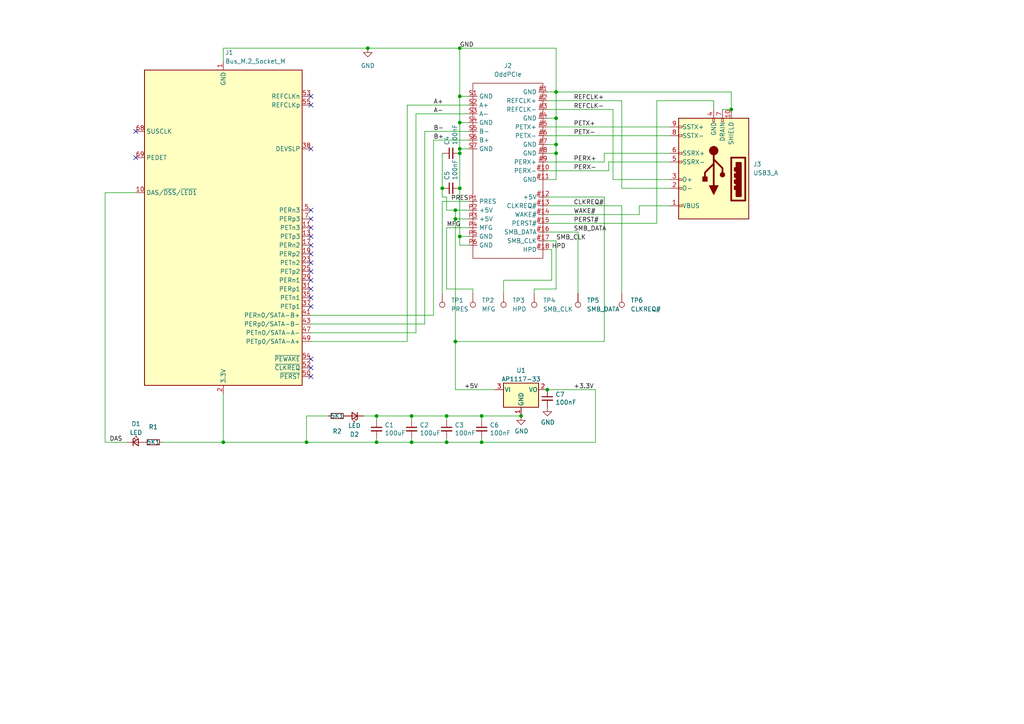
<source format=kicad_sch>
(kicad_sch (version 20211123) (generator eeschema)
  (paper "A4")
  (lib_symbols
    (symbol "Connector:Bus_M.2_Socket_M"
      (property "Reference" "J" (at -22.86 46.99 0))
      (property "Value" "Bus_M.2_Socket_M" (at 16.51 46.99 0))
      (symbol "Bus_M.2_Socket_M_0_1"
        (rectangle (start -22.86 45.72) (end 22.86 -45.72) (stroke (width 0.254)) (fill (type background)))
      )
      (symbol "Bus_M.2_Socket_M_1_1"
        (pin power_in line (at 0 -48.26 90) (length 2.54) (name "GND") (number "1"))
        (pin bidirectional line (at 25.4 -10.16 180) (length 2.54) (name "DAS/~{DSS}/~{LED1}") (number "10"))
        (pin output line (at -25.4 0 0) (length 2.54) (name "PETn3") (number "11"))
        (pin passive line (at 0 48.26 270) (length 2.54) hide (name "3.3V") (number "12"))
        (pin output line (at -25.4 2.54 0) (length 2.54) (name "PETp3") (number "13"))
        (pin passive line (at 0 48.26 270) (length 2.54) hide (name "3.3V") (number "14"))
        (pin passive line (at 0 -48.26 90) (length 2.54) hide (name "GND") (number "15"))
        (pin passive line (at 0 48.26 270) (length 2.54) hide (name "3.3V") (number "16"))
        (pin input line (at -25.4 5.08 0) (length 2.54) (name "PERn2") (number "17"))
        (pin passive line (at 0 48.26 270) (length 2.54) hide (name "3.3V") (number "18"))
        (pin input line (at -25.4 7.62 0) (length 2.54) (name "PERp2") (number "19"))
        (pin power_in line (at 0 48.26 270) (length 2.54) (name "3.3V") (number "2"))
        (pin no_connect line (at 22.86 2.54 180) (length 2.54) hide (name "NC") (number "20"))
        (pin passive line (at 0 -48.26 90) (length 2.54) hide (name "GND") (number "21"))
        (pin no_connect line (at 22.86 5.08 180) (length 2.54) hide (name "NC") (number "22"))
        (pin output line (at -25.4 10.16 0) (length 2.54) (name "PETn2") (number "23"))
        (pin no_connect line (at 22.86 7.62 180) (length 2.54) hide (name "NC") (number "24"))
        (pin output line (at -25.4 12.7 0) (length 2.54) (name "PETp2") (number "25"))
        (pin no_connect line (at 22.86 10.16 180) (length 2.54) hide (name "NC") (number "26"))
        (pin passive line (at 0 -48.26 90) (length 2.54) hide (name "GND") (number "27"))
        (pin no_connect line (at 22.86 12.7 180) (length 2.54) hide (name "NC") (number "28"))
        (pin input line (at -25.4 15.24 0) (length 2.54) (name "PERn1") (number "29"))
        (pin passive line (at 0 -48.26 90) (length 2.54) hide (name "GND") (number "3"))
        (pin no_connect line (at 22.86 15.24 180) (length 2.54) hide (name "NC") (number "30"))
        (pin input line (at -25.4 17.78 0) (length 2.54) (name "PERp1") (number "31"))
        (pin no_connect line (at 22.86 17.78 180) (length 2.54) hide (name "NC") (number "32"))
        (pin passive line (at 0 -48.26 90) (length 2.54) hide (name "GND") (number "33"))
        (pin no_connect line (at 22.86 20.32 180) (length 2.54) hide (name "NC") (number "34"))
        (pin output line (at -25.4 20.32 0) (length 2.54) (name "PETn1") (number "35"))
        (pin no_connect line (at 22.86 22.86 180) (length 2.54) hide (name "NC") (number "36"))
        (pin output line (at -25.4 22.86 0) (length 2.54) (name "PETp1") (number "37"))
        (pin output line (at -25.4 -22.86 0) (length 2.54) (name "DEVSLP") (number "38"))
        (pin passive line (at 0 -48.26 90) (length 2.54) hide (name "GND") (number "39"))
        (pin passive line (at 0 48.26 270) (length 2.54) hide (name "3.3V") (number "4"))
        (pin no_connect line (at 22.86 25.4 180) (length 2.54) hide (name "NC") (number "40"))
        (pin input line (at -25.4 25.4 0) (length 2.54) (name "PERn0/SATA-B+") (number "41"))
        (pin no_connect line (at 22.86 27.94 180) (length 2.54) hide (name "NC") (number "42"))
        (pin input line (at -25.4 27.94 0) (length 2.54) (name "PERp0/SATA-B-") (number "43"))
        (pin no_connect line (at 22.86 30.48 180) (length 2.54) hide (name "NC") (number "44"))
        (pin passive line (at 0 -48.26 90) (length 2.54) hide (name "GND") (number "45"))
        (pin no_connect line (at 22.86 33.02 180) (length 2.54) hide (name "NC") (number "46"))
        (pin output line (at -25.4 30.48 0) (length 2.54) (name "PETn0/SATA-A-") (number "47"))
        (pin no_connect line (at 22.86 35.56 180) (length 2.54) hide (name "NC") (number "48"))
        (pin output line (at -25.4 33.02 0) (length 2.54) (name "PETp0/SATA-A+") (number "49"))
        (pin input line (at -25.4 -5.08 0) (length 2.54) (name "PERn3") (number "5"))
        (pin output line (at -25.4 43.18 0) (length 2.54) (name "~{PERST}") (number "50"))
        (pin passive line (at 0 -48.26 90) (length 2.54) hide (name "GND") (number "51"))
        (pin bidirectional line (at -25.4 40.64 0) (length 2.54) (name "~{CLKREQ}") (number "52"))
        (pin output line (at -25.4 -38.1 0) (length 2.54) (name "REFCLKn") (number "53"))
        (pin bidirectional line (at -25.4 38.1 0) (length 2.54) (name "~{PEWAKE}") (number "54"))
        (pin output line (at -25.4 -35.56 0) (length 2.54) (name "REFCLKp") (number "55"))
        (pin no_connect line (at 22.86 38.1 180) (length 2.54) hide (name "NC") (number "56"))
        (pin passive line (at 0 -48.26 90) (length 2.54) hide (name "GND") (number "57"))
        (pin no_connect line (at 22.86 40.64 180) (length 2.54) hide (name "NC") (number "58"))
        (pin no_connect line (at 22.86 -2.54 180) (length 2.54) hide (name "NC") (number "6"))
        (pin no_connect line (at 22.86 -5.08 180) (length 2.54) hide (name "NC") (number "67"))
        (pin output line (at 25.4 -27.94 180) (length 2.54) (name "SUSCLK") (number "68"))
        (pin passive line (at 25.4 -20.32 180) (length 2.54) (name "PEDET") (number "69"))
        (pin input line (at -25.4 -2.54 0) (length 2.54) (name "PERp3") (number "7"))
        (pin passive line (at 0 48.26 270) (length 2.54) hide (name "3.3V") (number "70"))
        (pin passive line (at 0 -48.26 90) (length 2.54) hide (name "GND") (number "71"))
        (pin passive line (at 0 48.26 270) (length 2.54) hide (name "3.3V") (number "72"))
        (pin passive line (at 0 -48.26 90) (length 2.54) hide (name "GND") (number "73"))
        (pin passive line (at 0 48.26 270) (length 2.54) hide (name "3.3V") (number "74"))
        (pin passive line (at 0 -48.26 90) (length 2.54) hide (name "GND") (number "75"))
        (pin no_connect line (at 22.86 0 180) (length 2.54) hide (name "NC") (number "8"))
        (pin passive line (at 0 -48.26 90) (length 2.54) hide (name "GND") (number "9"))
      )
    )
    (symbol "Connector:TestPoint" (pin_numbers hide) (pin_names (offset 0.762) hide)
      (property "Reference" "TP" (at 0 6.858 0))
      (property "Value" "TestPoint" (at 0 5.08 0))
      (symbol "TestPoint_0_1"
        (circle (center 0 3.302) (radius 0.762))
      )
      (symbol "TestPoint_1_1"
        (pin passive line (at 0 0 90) (length 2.54) (name "1") (number "1"))
      )
    )
    (symbol "Connector:USB3_A" (pin_names (offset 1.016))
      (property "Reference" "J" (at -10.16 15.24 0))
      (property "Value" "USB3_A" (at 10.16 15.24 0))
      (symbol "USB3_A_0_0"
        (rectangle (start -9.144 8.636) (end -5.08 -3.81) (stroke (width 0.508)))
        (rectangle (start -7.874 7.366) (end -6.604 -2.286) (stroke (width 0.508)) (fill (type outline)))
        (rectangle (start -6.35 0) (end -6.096 -0.762) (stroke (width 0.508)))
        (rectangle (start -6.35 1.778) (end -6.096 1.016) (stroke (width 0.508)))
        (rectangle (start -6.35 3.556) (end -6.096 2.794) (stroke (width 0.508)))
        (rectangle (start -6.35 5.334) (end -6.096 4.572) (stroke (width 0.508)))
        (rectangle (start -2.794 -15.24) (end -2.286 -14.224))
        (rectangle (start -0.254 -15.24) (end 0.254 -14.224))
        (rectangle (start 10.16 -12.446) (end 9.144 -12.954))
        (rectangle (start 10.16 -9.906) (end 9.144 -10.414))
        (rectangle (start 10.16 -4.826) (end 9.144 -5.334))
        (rectangle (start 10.16 -2.286) (end 9.144 -2.794))
        (rectangle (start 10.16 2.794) (end 9.144 2.286))
        (rectangle (start 10.16 5.334) (end 9.144 4.826))
        (rectangle (start 10.16 10.414) (end 9.144 9.906))
      )
      (symbol "USB3_A_0_1"
        (rectangle (start -10.16 13.97) (end 10.16 -15.24) (stroke (width 0.254)) (fill (type background)))
      )
      (symbol "USB3_A_1_1"
        (circle (center -2.54 1.143) (radius 0.635) (stroke (width 0.254)) (fill (type outline)))
        (circle (center 0 -5.842) (radius 1.27) (fill (type outline)))
        (polyline (pts (xy 0 -5.842) (xy 0 4.318)) (stroke (width 0.508)))
        (polyline (pts (xy 0 -3.302) (xy -2.54 -0.762) (xy -2.54 0.508)) (stroke (width 0.508)))
        (polyline (pts (xy 0 -2.032) (xy 2.54 0.508) (xy 2.54 1.778)) (stroke (width 0.508)))
        (polyline (pts (xy -1.27 4.318) (xy 0 6.858) (xy 1.27 4.318) (xy -1.27 4.318)) (stroke (width 0.254)) (fill (type outline)))
        (rectangle (start 1.905 1.778) (end 3.175 3.048) (stroke (width 0.254)) (fill (type outline)))
        (pin power_in line (at 12.7 10.16 180) (length 2.54) (name "VBUS") (number "1"))
        (pin passive line (at -5.08 -17.78 90) (length 2.54) (name "SHIELD") (number "10"))
        (pin bidirectional line (at 12.7 5.08 180) (length 2.54) (name "D-") (number "2"))
        (pin bidirectional line (at 12.7 2.54 180) (length 2.54) (name "D+") (number "3"))
        (pin power_in line (at 0 -17.78 90) (length 2.54) (name "GND") (number "4"))
        (pin output line (at 12.7 -2.54 180) (length 2.54) (name "SSRX-") (number "5"))
        (pin output line (at 12.7 -5.08 180) (length 2.54) (name "SSRX+") (number "6"))
        (pin passive line (at -2.54 -17.78 90) (length 2.54) (name "DRAIN") (number "7"))
        (pin input line (at 12.7 -10.16 180) (length 2.54) (name "SSTX-") (number "8"))
        (pin input line (at 12.7 -12.7 180) (length 2.54) (name "SSTX+") (number "9"))
      )
    )
    (symbol "DellModuleBay:OddPCIe"
      (property "Reference" "J" (at 0 -27.94 0))
      (property "Value" "OddPCIe" (at -1.27 25.4 0))
      (symbol "OddPCIe_0_1"
        (rectangle (start -10.16 24.13) (end 10.16 -26.67))
      )
      (symbol "OddPCIe_1_1"
        (pin input line (at 11.43 21.59 180) (length 2.54) (name "GND") (number "#1"))
        (pin input line (at 11.43 -1.27 180) (length 2.54) (name "PERX-") (number "#10"))
        (pin input line (at 11.43 -3.81 180) (length 2.54) (name "GND") (number "#11"))
        (pin input line (at 11.43 -8.89 180) (length 2.54) (name "+5V") (number "#12"))
        (pin input line (at 11.43 -11.43 180) (length 2.54) (name "CLKREQ#") (number "#13"))
        (pin input line (at 11.43 -13.97 180) (length 2.54) (name "WAKE#") (number "#14"))
        (pin input line (at 11.43 -16.51 180) (length 2.54) (name "PERST#") (number "#15"))
        (pin input line (at 11.43 -19.05 180) (length 2.54) (name "SMB_DATA") (number "#16"))
        (pin input line (at 11.43 -21.59 180) (length 2.54) (name "SMB_CLK") (number "#17"))
        (pin input line (at 11.43 -24.13 180) (length 2.54) (name "HPD") (number "#18"))
        (pin input line (at 11.43 19.05 180) (length 2.54) (name "REFCLK+") (number "#2"))
        (pin input line (at 11.43 16.51 180) (length 2.54) (name "REFCLK-") (number "#3"))
        (pin input line (at 11.43 13.97 180) (length 2.54) (name "GND") (number "#4"))
        (pin input line (at 11.43 11.43 180) (length 2.54) (name "PETX+") (number "#5"))
        (pin input line (at 11.43 8.89 180) (length 2.54) (name "PETX-") (number "#6"))
        (pin input line (at 11.43 6.35 180) (length 2.54) (name "GND") (number "#7"))
        (pin input line (at 11.43 3.81 180) (length 2.54) (name "GND") (number "#8"))
        (pin input line (at 11.43 1.27 180) (length 2.54) (name "PERX+") (number "#9"))
        (pin input line (at -11.43 -10.16 0) (length 2.54) (name "PRES") (number "P1"))
        (pin input line (at -11.43 -12.7 0) (length 2.54) (name "+5V") (number "P2"))
        (pin input line (at -11.43 -15.24 0) (length 2.54) (name "+5V") (number "P3"))
        (pin input line (at -11.43 -17.78 0) (length 2.54) (name "MFG") (number "P4"))
        (pin input line (at -11.43 -20.32 0) (length 2.54) (name "GND") (number "P5"))
        (pin input line (at -11.43 -22.86 0) (length 2.54) (name "GND") (number "P6"))
        (pin input line (at -11.43 20.32 0) (length 2.54) (name "GND") (number "S1"))
        (pin input line (at -11.43 17.78 0) (length 2.54) (name "A+") (number "S2"))
        (pin input line (at -11.43 15.24 0) (length 2.54) (name "A-") (number "S3"))
        (pin input line (at -11.43 12.7 0) (length 2.54) (name "GND") (number "S4"))
        (pin input line (at -11.43 10.16 0) (length 2.54) (name "B-") (number "S5"))
        (pin input line (at -11.43 7.62 0) (length 2.54) (name "B+") (number "S6"))
        (pin input line (at -11.43 5.08 0) (length 2.54) (name "GND") (number "S7"))
      )
    )
    (symbol "Device:C_Small" (pin_numbers hide) (pin_names (offset 0.254) hide)
      (property "Reference" "C" (at 0.254 1.778 0))
      (property "Value" "C_Small" (at 0.254 -2.032 0))
      (symbol "C_Small_0_1"
        (polyline (pts (xy -1.524 -0.508) (xy 1.524 -0.508)) (stroke (width 0.3302)))
        (polyline (pts (xy -1.524 0.508) (xy 1.524 0.508)) (stroke (width 0.3048)))
      )
      (symbol "C_Small_1_1"
        (pin passive line (at 0 2.54 270) (length 2.032) (name "~") (number "1"))
        (pin passive line (at 0 -2.54 90) (length 2.032) (name "~") (number "2"))
      )
    )
    (symbol "Device:LED_Small" (pin_numbers hide) (pin_names (offset 0.254) hide)
      (property "Reference" "D" (at -1.27 3.175 0))
      (property "Value" "LED_Small" (at -4.445 -2.54 0))
      (symbol "LED_Small_0_1"
        (polyline (pts (xy -0.762 -1.016) (xy -0.762 1.016)) (stroke (width 0.254)))
        (polyline (pts (xy 1.016 0) (xy -0.762 0)))
        (polyline (pts (xy 0.762 -1.016) (xy -0.762 0) (xy 0.762 1.016) (xy 0.762 -1.016)) (stroke (width 0.254)))
        (polyline (pts (xy 0 0.762) (xy -0.508 1.27) (xy -0.254 1.27) (xy -0.508 1.27) (xy -0.508 1.016)))
        (polyline (pts (xy 0.508 1.27) (xy 0 1.778) (xy 0.254 1.778) (xy 0 1.778) (xy 0 1.524)))
      )
      (symbol "LED_Small_1_1"
        (pin passive line (at -2.54 0 0) (length 1.778) (name "K") (number "1"))
        (pin passive line (at 2.54 0 180) (length 1.778) (name "A") (number "2"))
      )
    )
    (symbol "Device:R_Small" (pin_numbers hide) (pin_names (offset 0.254) hide)
      (property "Reference" "R" (at 0.762 0.508 0))
      (property "Value" "R_Small" (at 0.762 -1.016 0))
      (symbol "R_Small_0_1"
        (rectangle (start -0.762 1.778) (end 0.762 -1.778) (stroke (width 0.2032)))
      )
      (symbol "R_Small_1_1"
        (pin passive line (at 0 2.54 270) (length 0.762) (name "~") (number "1"))
        (pin passive line (at 0 -2.54 90) (length 0.762) (name "~") (number "2"))
      )
    )
    (symbol "Regulator_Linear:AP1117-33" (pin_names (offset 0.254))
      (property "Reference" "U" (at -3.81 3.175 0))
      (property "Value" "AP1117-33" (at 0 3.175 0))
      (symbol "AP1117-33_0_1"
        (rectangle (start -5.08 -5.08) (end 5.08 1.905) (stroke (width 0.254)) (fill (type background)))
      )
      (symbol "AP1117-33_1_1"
        (pin power_in line (at 0 -7.62 90) (length 2.54) (name "GND") (number "1"))
        (pin power_out line (at 7.62 0 180) (length 2.54) (name "VO") (number "2"))
        (pin power_in line (at -7.62 0 0) (length 2.54) (name "VI") (number "3"))
      )
    )
    (symbol "power:GND" (power) (pin_names (offset 0))
      (property "Value" "GND" (at 0 -3.81 0))
      (symbol "GND_0_1"
        (polyline (pts (xy 0 0) (xy 0 -1.27) (xy 1.27 -1.27) (xy 0 -2.54) (xy -1.27 -1.27) (xy 0 -1.27)))
      )
      (symbol "GND_1_1"
        (pin power_in line (at 0 0 270) (length 0) hide (name "GND") (number "1"))
      )
    )
  )
  (junction (at 139.7 120.65))
  (junction (at 88.9 128.27))
  (junction (at 133.35 44.45))
  (junction (at 119.38 120.65))
  (junction (at 129.54 128.27))
  (junction (at 133.35 35.56))
  (junction (at 109.22 120.65))
  (junction (at 128.27 54.61))
  (junction (at 133.35 13.97))
  (junction (at 161.29 41.91))
  (junction (at 133.35 54.61))
  (junction (at 161.29 26.67))
  (junction (at 119.38 128.27))
  (junction (at 212.09 31.75))
  (junction (at 132.08 63.5))
  (junction (at 158.75 113.03))
  (junction (at 139.7 128.27))
  (junction (at 133.35 43.18))
  (junction (at 151.13 120.65))
  (junction (at 132.08 99.06))
  (junction (at 133.35 68.58))
  (junction (at 106.68 13.97))
  (junction (at 132.08 60.96))
  (junction (at 161.29 34.29))
  (junction (at 109.22 128.27))
  (junction (at 161.29 44.45))
  (junction (at 64.77 128.27))
  (junction (at 133.35 27.94))
  (junction (at 129.54 120.65))
  (no_connect (at 90.17 78.74))
  (no_connect (at 90.17 81.28))
  (no_connect (at 90.17 83.82))
  (no_connect (at 90.17 86.36))
  (no_connect (at 90.17 88.9))
  (no_connect (at 90.17 43.18))
  (no_connect (at 90.17 60.96))
  (no_connect (at 90.17 63.5))
  (no_connect (at 90.17 104.14))
  (no_connect (at 90.17 106.68))
  (no_connect (at 90.17 109.22))
  (no_connect (at 90.17 71.12))
  (no_connect (at 90.17 73.66))
  (no_connect (at 90.17 76.2))
  (no_connect (at 90.17 66.04))
  (no_connect (at 90.17 68.58))
  (no_connect (at 90.17 27.94))
  (no_connect (at 90.17 30.48))
  (no_connect (at 39.37 38.1))
  (no_connect (at 39.37 45.72))
  (wire (pts (xy 129.54 128.27) (xy 139.7 128.27)))
  (wire (pts (xy 177.8 31.75) (xy 177.8 52.07)))
  (wire (pts (xy 132.08 63.5) (xy 135.89 63.5)))
  (wire (pts (xy 175.26 57.15) (xy 175.26 99.06)))
  (wire (pts (xy 161.29 26.67) (xy 212.09 26.67)))
  (wire (pts (xy 158.75 57.15) (xy 175.26 57.15)))
  (wire (pts (xy 139.7 120.65) (xy 151.13 120.65)))
  (wire (pts (xy 88.9 120.65) (xy 88.9 128.27)))
  (wire (pts (xy 133.35 71.12) (xy 133.35 68.58)))
  (wire (pts (xy 129.54 66.04) (xy 135.89 66.04)))
  (wire (pts (xy 64.77 128.27) (xy 88.9 128.27)))
  (wire (pts (xy 30.48 55.88) (xy 39.37 55.88)))
  (wire (pts (xy 158.75 52.07) (xy 161.29 52.07)))
  (wire (pts (xy 109.22 128.27) (xy 119.38 128.27)))
  (wire (pts (xy 133.35 35.56) (xy 133.35 27.94)))
  (wire (pts (xy 158.75 39.37) (xy 194.31 39.37)))
  (wire (pts (xy 129.54 127) (xy 129.54 128.27)))
  (wire (pts (xy 135.89 71.12) (xy 133.35 71.12)))
  (wire (pts (xy 175.26 44.45) (xy 194.31 44.45)))
  (wire (pts (xy 180.34 29.21) (xy 180.34 54.61)))
  (wire (pts (xy 135.89 30.48) (xy 118.11 30.48)))
  (wire (pts (xy 158.75 44.45) (xy 161.29 44.45)))
  (wire (pts (xy 158.75 67.31) (xy 167.64 67.31)))
  (wire (pts (xy 190.5 64.77) (xy 158.75 64.77)))
  (wire (pts (xy 64.77 13.97) (xy 64.77 17.78)))
  (wire (pts (xy 46.99 128.27) (xy 64.77 128.27)))
  (wire (pts (xy 137.16 85.09) (xy 137.16 83.82)))
  (wire (pts (xy 185.42 59.69) (xy 185.42 62.23)))
  (wire (pts (xy 161.29 52.07) (xy 161.29 44.45)))
  (wire (pts (xy 180.34 54.61) (xy 194.31 54.61)))
  (wire (pts (xy 172.72 113.03) (xy 172.72 128.27)))
  (wire (pts (xy 143.51 113.03) (xy 132.08 113.03)))
  (wire (pts (xy 190.5 29.21) (xy 190.5 64.77)))
  (wire (pts (xy 135.89 43.18) (xy 133.35 43.18)))
  (wire (pts (xy 160.02 72.39) (xy 160.02 81.28)))
  (wire (pts (xy 139.7 120.65) (xy 139.7 121.92)))
  (wire (pts (xy 132.08 63.5) (xy 132.08 60.96)))
  (wire (pts (xy 180.34 59.69) (xy 180.34 85.09)))
  (wire (pts (xy 161.29 26.67) (xy 158.75 26.67)))
  (wire (pts (xy 161.29 26.67) (xy 161.29 13.97)))
  (wire (pts (xy 212.09 31.75) (xy 212.09 26.67)))
  (wire (pts (xy 158.75 36.83) (xy 194.31 36.83)))
  (wire (pts (xy 88.9 128.27) (xy 109.22 128.27)))
  (wire (pts (xy 175.26 46.99) (xy 175.26 44.45)))
  (wire (pts (xy 133.35 68.58) (xy 133.35 54.61)))
  (wire (pts (xy 125.73 40.64) (xy 125.73 91.44)))
  (wire (pts (xy 119.38 128.27) (xy 129.54 128.27)))
  (wire (pts (xy 36.83 128.27) (xy 30.48 128.27)))
  (wire (pts (xy 128.27 57.15) (xy 128.27 54.61)))
  (wire (pts (xy 129.54 120.65) (xy 139.7 120.65)))
  (wire (pts (xy 135.89 33.02) (xy 120.65 33.02)))
  (wire (pts (xy 119.38 120.65) (xy 119.38 121.92)))
  (wire (pts (xy 158.75 69.85) (xy 161.29 69.85)))
  (wire (pts (xy 137.16 83.82) (xy 129.54 83.82)))
  (wire (pts (xy 133.35 44.45) (xy 133.35 43.18)))
  (wire (pts (xy 167.64 67.31) (xy 167.64 85.09)))
  (wire (pts (xy 132.08 60.96) (xy 129.54 60.96)))
  (wire (pts (xy 109.22 127) (xy 109.22 128.27)))
  (wire (pts (xy 161.29 44.45) (xy 161.29 41.91)))
  (wire (pts (xy 64.77 128.27) (xy 64.77 114.3)))
  (wire (pts (xy 109.22 120.65) (xy 119.38 120.65)))
  (wire (pts (xy 158.75 113.03) (xy 172.72 113.03)))
  (wire (pts (xy 30.48 128.27) (xy 30.48 55.88)))
  (wire (pts (xy 128.27 54.61) (xy 128.27 44.45)))
  (wire (pts (xy 154.94 83.82) (xy 154.94 85.09)))
  (wire (pts (xy 106.68 13.97) (xy 64.77 13.97)))
  (wire (pts (xy 123.19 38.1) (xy 123.19 93.98)))
  (wire (pts (xy 160.02 81.28) (xy 146.05 81.28)))
  (wire (pts (xy 158.75 29.21) (xy 180.34 29.21)))
  (wire (pts (xy 158.75 41.91) (xy 161.29 41.91)))
  (wire (pts (xy 207.01 31.75) (xy 207.01 29.21)))
  (wire (pts (xy 146.05 81.28) (xy 146.05 85.09)))
  (wire (pts (xy 158.75 46.99) (xy 175.26 46.99)))
  (wire (pts (xy 139.7 128.27) (xy 172.72 128.27)))
  (wire (pts (xy 175.26 99.06) (xy 132.08 99.06)))
  (wire (pts (xy 132.08 60.96) (xy 135.89 60.96)))
  (wire (pts (xy 158.75 59.69) (xy 180.34 59.69)))
  (wire (pts (xy 176.53 49.53) (xy 176.53 46.99)))
  (wire (pts (xy 135.89 40.64) (xy 125.73 40.64)))
  (wire (pts (xy 133.35 43.18) (xy 133.35 35.56)))
  (wire (pts (xy 209.55 31.75) (xy 212.09 31.75)))
  (wire (pts (xy 123.19 93.98) (xy 90.17 93.98)))
  (wire (pts (xy 176.53 46.99) (xy 194.31 46.99)))
  (wire (pts (xy 133.35 35.56) (xy 135.89 35.56)))
  (wire (pts (xy 132.08 113.03) (xy 132.08 99.06)))
  (wire (pts (xy 129.54 83.82) (xy 129.54 66.04)))
  (wire (pts (xy 105.41 120.65) (xy 109.22 120.65)))
  (wire (pts (xy 207.01 29.21) (xy 190.5 29.21)))
  (wire (pts (xy 133.35 54.61) (xy 133.35 44.45)))
  (wire (pts (xy 118.11 30.48) (xy 118.11 99.06)))
  (wire (pts (xy 133.35 27.94) (xy 135.89 27.94)))
  (wire (pts (xy 132.08 99.06) (xy 132.08 63.5)))
  (wire (pts (xy 90.17 99.06) (xy 118.11 99.06)))
  (wire (pts (xy 158.75 34.29) (xy 161.29 34.29)))
  (wire (pts (xy 129.54 57.15) (xy 128.27 57.15)))
  (wire (pts (xy 128.27 58.42) (xy 135.89 58.42)))
  (wire (pts (xy 120.65 33.02) (xy 120.65 96.52)))
  (wire (pts (xy 119.38 127) (xy 119.38 128.27)))
  (wire (pts (xy 194.31 59.69) (xy 185.42 59.69)))
  (wire (pts (xy 129.54 60.96) (xy 129.54 57.15)))
  (wire (pts (xy 125.73 91.44) (xy 90.17 91.44)))
  (wire (pts (xy 135.89 38.1) (xy 123.19 38.1)))
  (wire (pts (xy 139.7 127) (xy 139.7 128.27)))
  (wire (pts (xy 161.29 69.85) (xy 161.29 83.82)))
  (wire (pts (xy 158.75 49.53) (xy 176.53 49.53)))
  (wire (pts (xy 161.29 41.91) (xy 161.29 34.29)))
  (wire (pts (xy 129.54 120.65) (xy 129.54 121.92)))
  (wire (pts (xy 161.29 26.67) (xy 161.29 34.29)))
  (wire (pts (xy 133.35 27.94) (xy 133.35 13.97)))
  (wire (pts (xy 119.38 120.65) (xy 129.54 120.65)))
  (wire (pts (xy 128.27 85.09) (xy 128.27 58.42)))
  (wire (pts (xy 109.22 120.65) (xy 109.22 121.92)))
  (wire (pts (xy 158.75 72.39) (xy 160.02 72.39)))
  (wire (pts (xy 185.42 62.23) (xy 158.75 62.23)))
  (wire (pts (xy 177.8 52.07) (xy 194.31 52.07)))
  (wire (pts (xy 135.89 68.58) (xy 133.35 68.58)))
  (wire (pts (xy 158.75 31.75) (xy 177.8 31.75)))
  (wire (pts (xy 120.65 96.52) (xy 90.17 96.52)))
  (wire (pts (xy 161.29 83.82) (xy 154.94 83.82)))
  (wire (pts (xy 161.29 13.97) (xy 133.35 13.97)))
  (wire (pts (xy 95.25 120.65) (xy 88.9 120.65)))
  (wire (pts (xy 133.35 13.97) (xy 106.68 13.97)))
  (label "+3.3V" (at 166.37 113.03 0))
  (label "SMB_CLK" (at 161.29 69.85 0))
  (label "PRES" (at 130.81 58.42 0))
  (label "B-" (at 125.73 38.1 0))
  (label "HPD" (at 160.02 72.39 0))
  (label "REFCLK-" (at 166.37 31.75 0))
  (label "B+" (at 125.73 40.64 0))
  (label "PERX+" (at 166.37 46.99 0))
  (label "A-" (at 125.73 33.02 0))
  (label "PETX+" (at 166.37 36.83 0))
  (label "GND" (at 133.35 13.97 0))
  (label "WAKE#" (at 166.37 62.23 0))
  (label "A+" (at 125.73 30.48 0))
  (label "PETX-" (at 166.37 39.37 0))
  (label "PERST#" (at 166.37 64.77 0))
  (label "REFCLK+" (at 166.37 29.21 0))
  (label "PERX-" (at 166.37 49.53 0))
  (label "CLKREQ#" (at 166.37 59.69 0))
  (label "+5V" (at 134.62 113.03 0))
  (label "DAS" (at 31.75 128.27 0))
  (label "MFG" (at 129.54 66.04 0))
  (label "SMB_DATA" (at 166.37 67.31 0))
  (symbol (lib_id "Connector:USB3_A") (at 207.01 49.53 180) (unit 1)
    (property "Reference" "J3" (at 218.44 47.6249 0) (effects (justify right)))
    (property "Value" "USB3_A" (at 218.44 50.1649 0) (effects (justify right)))
    (property "Footprint" "DellModuleBay:susb3" (effects hide))
  )
  (symbol (lib_id "Device:C_Small") (at 130.81 44.45 90) (unit 1)
    (property "Reference" "C4" (at 129.6416 42.1132 0) (effects (justify left)))
    (property "Value" "100nF" (at 131.953 42.1132 0) (effects (justify left)))
    (property "Footprint" "Capacitor_SMD:C_0805_2012Metric" (effects hide))
  )
  (symbol (lib_id "Device:C_Small") (at 129.54 124.46 0) (unit 1)
    (property "Reference" "C3" (at 131.8768 123.2916 0) (effects (justify left)))
    (property "Value" "100nF" (at 131.8768 125.603 0) (effects (justify left)))
    (property "Footprint" "Capacitor_SMD:C_0805_2012Metric" (effects hide))
  )
  (symbol (lib_id "Connector:TestPoint") (at 137.16 85.09 180) (unit 1)
    (property "Reference" "TP2" (at 139.7 87.1219 0) (effects (justify right)))
    (property "Value" "MFG" (at 139.7 89.6619 0) (effects (justify right)))
    (property "Footprint" "TestPoint:TestPoint_Pad_D1.5mm" (effects hide))
  )
  (symbol (lib_id "Connector:TestPoint") (at 167.64 85.09 180) (unit 1)
    (property "Reference" "TP5" (at 170.18 87.1219 0) (effects (justify right)))
    (property "Value" "SMB_DATA" (at 170.18 89.6619 0) (effects (justify right)))
    (property "Footprint" "TestPoint:TestPoint_Pad_D1.5mm" (effects hide))
  )
  (symbol (lib_id "Device:LED_Small") (at 102.87 120.65 180) (unit 1)
    (property "Reference" "D2" (at 102.8065 126.0008 0))
    (property "Value" "LED" (at 102.8065 123.4639 0))
    (property "Footprint" "Diode_SMD:D_0805_2012Metric" (effects hide))
  )
  (symbol (lib_id "Device:R_Small") (at 44.45 128.27 90) (unit 1)
    (property "Reference" "R1" (at 44.45 123.8336 90))
    (property "Value" "5K1" (at 44.45 128.27 90))
    (property "Footprint" "Resistor_SMD:R_0603_1608Metric" (effects hide))
  )
  (symbol (lib_id "Connector:TestPoint") (at 154.94 85.09 180) (unit 1)
    (property "Reference" "TP4" (at 157.48 87.1219 0) (effects (justify right)))
    (property "Value" "SMB_CLK" (at 157.48 89.6619 0) (effects (justify right)))
    (property "Footprint" "TestPoint:TestPoint_Pad_D1.5mm" (effects hide))
  )
  (symbol (lib_id "Regulator_Linear:AP1117-33") (at 151.13 113.03 0) (unit 1)
    (property "Reference" "U1" (at 151.13 107.4252 0))
    (property "Value" "AP1117-33" (at 151.13 109.9621 0))
    (property "Footprint" "Package_TO_SOT_SMD:SOT-223-3_TabPin2" (effects hide))
    (property "Datasheet" "http://www.diodes.com/datasheets/AP1117.pdf" (effects hide))
  )
  (symbol (lib_id "Device:R_Small") (at 97.79 120.65 270) (unit 1)
    (property "Reference" "R2" (at 97.79 125.0864 90))
    (property "Value" "5K1" (at 97.79 120.65 90))
    (property "Footprint" "Resistor_SMD:R_0603_1608Metric" (effects hide))
  )
  (symbol (lib_id "power:GND") (at 158.75 118.11 0) (unit 1)
    (property "Reference" "#PWR0101" (effects hide))
    (property "Value" "GND" (at 158.877 122.5042 0))
  )
  (symbol (lib_id "Device:C_Small") (at 158.75 115.57 0) (unit 1)
    (property "Reference" "C7" (at 161.0868 114.4016 0) (effects (justify left)))
    (property "Value" "100nF" (at 161.0868 116.713 0) (effects (justify left)))
    (property "Footprint" "Capacitor_SMD:C_0805_2012Metric" (effects hide))
  )
  (symbol (lib_id "Connector:TestPoint") (at 146.05 85.09 180) (unit 1)
    (property "Reference" "TP3" (at 148.59 87.1219 0) (effects (justify right)))
    (property "Value" "HPD" (at 148.59 89.6619 0) (effects (justify right)))
    (property "Footprint" "TestPoint:TestPoint_Pad_D1.5mm" (effects hide))
  )
  (symbol (lib_id "Device:LED_Small") (at 39.37 128.27 0) (unit 1)
    (property "Reference" "D1" (at 39.4335 122.9192 0))
    (property "Value" "LED" (at 39.4335 125.4561 0))
    (property "Footprint" "Diode_SMD:D_0805_2012Metric" (effects hide))
  )
  (symbol (lib_id "Connector:TestPoint") (at 128.27 85.09 180) (unit 1)
    (property "Reference" "TP1" (at 130.81 87.1219 0) (effects (justify right)))
    (property "Value" "PRES" (at 130.81 89.6619 0) (effects (justify right)))
    (property "Footprint" "TestPoint:TestPoint_Pad_D1.5mm" (effects hide))
  )
  (symbol (lib_id "DellModuleBay:OddPCIe") (at 147.32 48.26 0) (unit 1)
    (property "Reference" "J2" (at 147.32 19.05 0))
    (property "Value" "OddPCIe" (at 147.32 21.59 0))
    (property "Footprint" "DellModuleBay:OddPCIe" (effects hide))
  )
  (symbol (lib_id "power:GND") (at 106.68 13.97 0) (unit 1)
    (property "Reference" "#PWR0103" (effects hide))
    (property "Value" "GND" (at 106.68 19.05 0))
  )
  (symbol (lib_id "Device:C_Small") (at 109.22 124.46 0) (unit 1)
    (property "Reference" "C1" (at 111.5568 123.2916 0) (effects (justify left)))
    (property "Value" "100uF" (at 111.5568 125.603 0) (effects (justify left)))
    (property "Footprint" "Capacitor_SMD:C_0805_2012Metric" (effects hide))
  )
  (symbol (lib_id "Device:C_Small") (at 119.38 124.46 0) (unit 1)
    (property "Reference" "C2" (at 121.7168 123.2916 0) (effects (justify left)))
    (property "Value" "100uF" (at 121.7168 125.603 0) (effects (justify left)))
    (property "Footprint" "Capacitor_SMD:C_0805_2012Metric" (effects hide))
  )
  (symbol (lib_id "Connector:TestPoint") (at 180.34 85.09 180) (unit 1)
    (property "Reference" "TP6" (at 182.88 87.1219 0) (effects (justify right)))
    (property "Value" "CLKREQ#" (at 182.88 89.6619 0) (effects (justify right)))
    (property "Footprint" "TestPoint:TestPoint_Pad_D1.5mm" (effects hide))
  )
  (symbol (lib_id "Device:C_Small") (at 139.7 124.46 0) (unit 1)
    (property "Reference" "C6" (at 142.0368 123.2916 0) (effects (justify left)))
    (property "Value" "100nF" (at 142.0368 125.603 0) (effects (justify left)))
    (property "Footprint" "Capacitor_SMD:C_0805_2012Metric" (effects hide))
  )
  (symbol (lib_id "Connector:Bus_M.2_Socket_M") (at 64.77 66.04 180) (unit 1)
    (property "Reference" "J1" (at 65.2906 15.24 0) (effects (justify right)))
    (property "Value" "Bus_M.2_Socket_M" (at 65.2906 17.78 0) (effects (justify right)))
    (property "Footprint" "DellModuleBay:m-key" (effects hide))
    (property "Datasheet" "http://read.pudn.com/downloads794/doc/project/3133918/PCIe_M.2_Electromechanical_Spec_Rev1.0_Final_11012013_RS_Clean.pdf#page=155" (effects hide))
  )
  (symbol (lib_id "Device:C_Small") (at 130.81 54.61 90) (unit 1)
    (property "Reference" "C5" (at 129.6416 52.2732 0) (effects (justify left)))
    (property "Value" "100nF" (at 131.953 52.2732 0) (effects (justify left)))
    (property "Footprint" "Capacitor_SMD:C_0805_2012Metric" (effects hide))
  )
  (symbol (lib_id "power:GND") (at 151.13 120.65 0) (unit 1)
    (property "Reference" "#PWR0102" (effects hide))
    (property "Value" "GND" (at 151.257 125.0442 0))
  )
)
</source>
